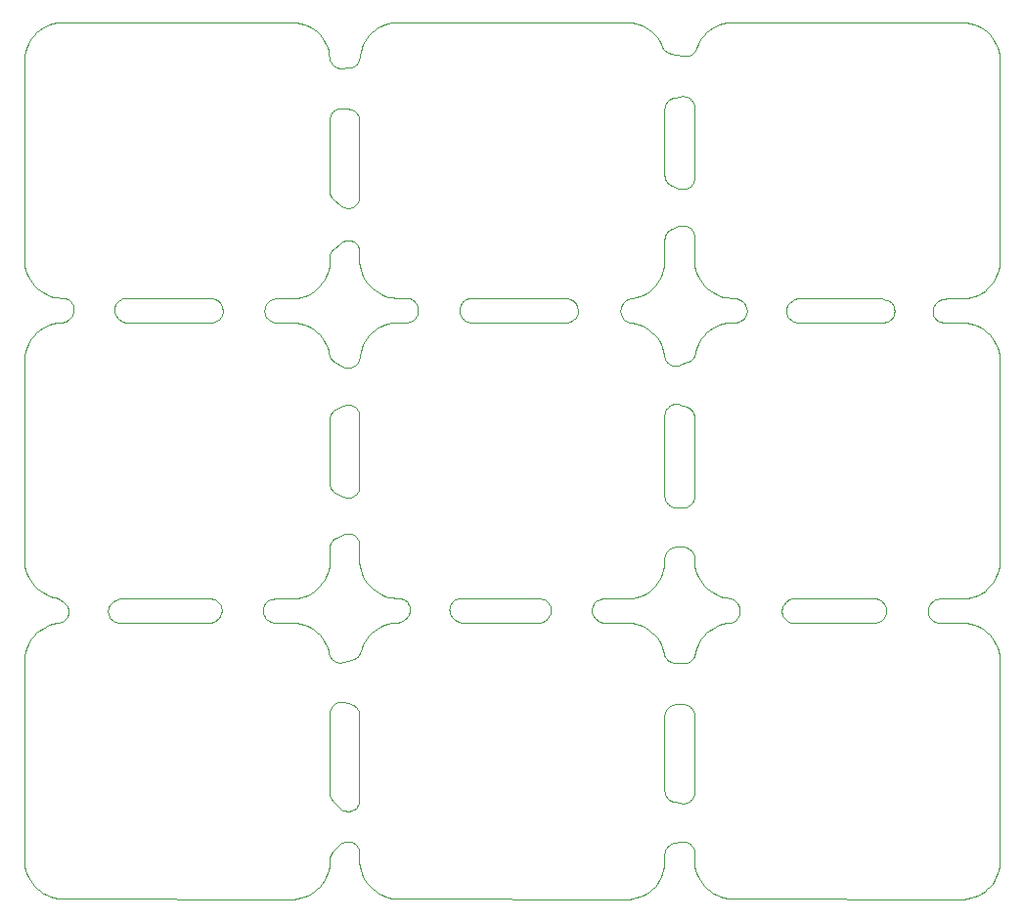
<source format=gko>
%MOIN*%
%OFA0B0*%
%FSLAX36Y36*%
%IPPOS*%
%LPD*%
%ADD10C,0*%
D10*
X001547809Y001952174D02*
X001547809Y001952174D01*
X001814912Y001951304D01*
X001819334Y001951040D01*
X001823698Y001950282D01*
X001827950Y001949037D01*
X001832035Y001947323D01*
X001835901Y001945161D01*
X001839500Y001942578D01*
X001842787Y001939608D01*
X001845718Y001936287D01*
X001848258Y001932657D01*
X001850374Y001928765D01*
X001852040Y001924660D01*
X001853234Y001920394D01*
X001853941Y001916021D01*
X001854152Y001911596D01*
X001853865Y001907176D01*
X001853083Y001902815D01*
X001851816Y001898570D01*
X001850081Y001894495D01*
X001847898Y001890640D01*
X001845296Y001887055D01*
X001842579Y001883722D01*
X001841446Y001882394D01*
X001840256Y001881118D01*
X001839010Y001879896D01*
X001837711Y001878730D01*
X001836362Y001877622D01*
X001834965Y001876576D01*
X001833523Y001875592D01*
X001832039Y001874674D01*
X001830515Y001873822D01*
X001828956Y001873038D01*
X001827363Y001872325D01*
X001825740Y001871683D01*
X001824090Y001871113D01*
X001822417Y001870617D01*
X001820723Y001870195D01*
X001819012Y001869849D01*
X001817288Y001869580D01*
X001815553Y001869386D01*
X001813812Y001869270D01*
X001812067Y001869232D01*
X001554361Y001869232D01*
X001553256Y001869247D01*
X001552152Y001869294D01*
X001551050Y001869371D01*
X001549950Y001869480D01*
X001548853Y001869619D01*
X001547761Y001869789D01*
X001546674Y001869990D01*
X001545594Y001870221D01*
X001544520Y001870482D01*
X001543453Y001870773D01*
X001542396Y001871094D01*
X001541348Y001871445D01*
X001540310Y001871825D01*
X001539283Y001872234D01*
X001538268Y001872671D01*
X001537266Y001873137D01*
X001536277Y001873631D01*
X001535303Y001874152D01*
X001534343Y001874701D01*
X001533400Y001875276D01*
X001526719Y001879478D01*
X001522601Y001882456D01*
X001518901Y001885939D01*
X001515680Y001889870D01*
X001512993Y001894183D01*
X001510883Y001898807D01*
X001509387Y001903663D01*
X001508528Y001908672D01*
X001508322Y001913750D01*
X001508772Y001918812D01*
X001509870Y001923774D01*
X001511598Y001928553D01*
X001513927Y001933069D01*
X001516819Y001937248D01*
X001520224Y001941020D01*
X001524088Y001944322D01*
X001528344Y001947098D01*
X001532922Y001949303D01*
X001537747Y001950900D01*
X001542737Y001951862D01*
X001547809Y001952174D01*
X000393976Y001952213D02*
X000393976Y001952213D01*
X000693146Y001951239D01*
X000697577Y001950974D01*
X000701951Y001950212D01*
X000706211Y001948963D01*
X000710303Y001947242D01*
X000714176Y001945071D01*
X000717779Y001942478D01*
X000721067Y001939495D01*
X000723999Y001936162D01*
X000726537Y001932519D01*
X000728649Y001928614D01*
X000730308Y001924497D01*
X000731492Y001920218D01*
X000732188Y001915833D01*
X000732385Y001911398D01*
X000732082Y001906969D01*
X000731282Y001902603D01*
X000729995Y001898354D01*
X000728239Y001894277D01*
X000726034Y001890423D01*
X000723410Y001886843D01*
X000720719Y001883575D01*
X000719587Y001882260D01*
X000718397Y001880996D01*
X000717153Y001879785D01*
X000715857Y001878631D01*
X000714511Y001877535D01*
X000713118Y001876499D01*
X000711680Y001875525D01*
X000710201Y001874616D01*
X000708684Y001873773D01*
X000707131Y001872998D01*
X000705545Y001872292D01*
X000703930Y001871656D01*
X000702288Y001871093D01*
X000700623Y001870602D01*
X000698937Y001870185D01*
X000697236Y001869843D01*
X000695520Y001869576D01*
X000693795Y001869385D01*
X000692063Y001869270D01*
X000690327Y001869232D01*
X000383801Y001869232D01*
X000378421Y001869601D01*
X000373141Y001870703D01*
X000368061Y001872515D01*
X000363276Y001875005D01*
X000358877Y001878126D01*
X000354946Y001881818D01*
X000351556Y001886014D01*
X000348771Y001890633D01*
X000346644Y001895589D01*
X000345214Y001900790D01*
X000344509Y001906137D01*
X000344540Y001911530D01*
X000345309Y001916869D01*
X000346800Y001922052D01*
X000348986Y001926983D01*
X000351825Y001931569D01*
X000355264Y001935724D01*
X000359239Y001939370D01*
X000363674Y001942438D01*
X000368488Y001944872D01*
X000378534Y001949113D01*
X000379267Y001949414D01*
X000380007Y001949700D01*
X000380752Y001949972D01*
X000381502Y001950228D01*
X000382257Y001950469D01*
X000383017Y001950695D01*
X000383782Y001950905D01*
X000384550Y001951100D01*
X000385322Y001951279D01*
X000386098Y001951443D01*
X000386877Y001951592D01*
X000387659Y001951724D01*
X000388443Y001951841D01*
X000389229Y001951942D01*
X000390017Y001952027D01*
X000390807Y001952096D01*
X000391598Y001952149D01*
X000392390Y001952187D01*
X000393183Y001952208D01*
X000393976Y001952213D01*
X000406111Y002975796D02*
X000406111Y002975796D01*
X000695655Y002974853D01*
X000698140Y002974766D01*
X000700615Y002974523D01*
X000703069Y002974124D01*
X000705494Y002973570D01*
X000707878Y002972865D01*
X000710214Y002972011D01*
X000712490Y002971011D01*
X000714699Y002969869D01*
X000716832Y002968590D01*
X000718880Y002967179D01*
X000720834Y002965641D01*
X000722687Y002963984D01*
X000724433Y002962212D01*
X000726062Y002960334D01*
X000727570Y002958357D01*
X000728950Y002956288D01*
X000730197Y002954136D01*
X000731306Y002951910D01*
X000732271Y002949619D01*
X000733090Y002947271D01*
X000734113Y002944012D01*
X000735052Y002940444D01*
X000735652Y002936804D01*
X000735909Y002933123D01*
X000735820Y002929435D01*
X000735387Y002925771D01*
X000734612Y002922164D01*
X000733504Y002918645D01*
X000732070Y002915246D01*
X000730325Y002911995D01*
X000728283Y002908923D01*
X000725963Y002906054D01*
X000723384Y002903416D01*
X000720570Y002901031D01*
X000717544Y002898919D01*
X000714334Y002897100D01*
X000710969Y002895589D01*
X000707476Y002894401D01*
X000703888Y002893544D01*
X000700235Y002893027D01*
X000696549Y002892854D01*
X000408886Y002892854D01*
X000406984Y002892900D01*
X000405088Y002893037D01*
X000403199Y002893267D01*
X000401325Y002893587D01*
X000399468Y002893997D01*
X000397632Y002894496D01*
X000395823Y002895084D01*
X000394045Y002895758D01*
X000392301Y002896517D01*
X000390596Y002897360D01*
X000388934Y002898284D01*
X000387318Y002899287D01*
X000385752Y002900367D01*
X000384241Y002901522D01*
X000382787Y002902748D01*
X000381394Y002904042D01*
X000380065Y002905403D01*
X000378803Y002906826D01*
X000377612Y002908309D01*
X000376493Y002909847D01*
X000373591Y002914049D01*
X000371350Y002917703D01*
X000369520Y002921579D01*
X000368122Y002925631D01*
X000367173Y002929811D01*
X000366684Y002934070D01*
X000366660Y002938356D01*
X000367103Y002942620D01*
X000368007Y002946810D01*
X000369361Y002950877D01*
X000371149Y002954772D01*
X000373350Y002958451D01*
X000375938Y002961868D01*
X000378882Y002964983D01*
X000382147Y002967760D01*
X000385695Y002970166D01*
X000389483Y002972172D01*
X000393467Y002973753D01*
X000397599Y002974893D01*
X000401830Y002975576D01*
X000406111Y002975796D01*
X002680250Y001869232D02*
X002680250Y001869232D01*
X002675856Y001869478D01*
X002671518Y001870212D01*
X002667288Y001871427D01*
X002663220Y001873105D01*
X002659365Y001875228D01*
X002655771Y001877767D01*
X002652483Y001880691D01*
X002649542Y001883964D01*
X002646984Y001887545D01*
X002644842Y001891389D01*
X002643142Y001895448D01*
X002641906Y001899671D01*
X002641149Y001904006D01*
X002640880Y001908399D01*
X002641104Y001912793D01*
X002641816Y001917136D01*
X002643008Y001921372D01*
X002644666Y001925448D01*
X002646768Y001929314D01*
X002649289Y001932921D01*
X002652605Y001937142D01*
X002653740Y001938523D01*
X002654938Y001939850D01*
X002656194Y001941122D01*
X002657507Y001942335D01*
X002658874Y001943488D01*
X002660291Y001944577D01*
X002661757Y001945601D01*
X002663267Y001946557D01*
X002664820Y001947444D01*
X002666411Y001948259D01*
X002668037Y001949001D01*
X002669695Y001949669D01*
X002671382Y001950261D01*
X002673094Y001950775D01*
X002674828Y001951211D01*
X002676580Y001951568D01*
X002678346Y001951846D01*
X002680122Y001952042D01*
X002681906Y001952158D01*
X002683694Y001952193D01*
X002957102Y001951302D01*
X002959851Y001951197D01*
X002962586Y001950901D01*
X002965293Y001950414D01*
X002967960Y001949739D01*
X002970573Y001948879D01*
X002973120Y001947839D01*
X002975588Y001946624D01*
X002977965Y001945240D01*
X002980239Y001943693D01*
X002982400Y001941991D01*
X002984437Y001940142D01*
X002986340Y001938155D01*
X002988100Y001936040D01*
X002989707Y001933808D01*
X002991155Y001931469D01*
X002992435Y001929034D01*
X002993543Y001926516D01*
X002994472Y001923927D01*
X002995218Y001921279D01*
X002995777Y001918586D01*
X002996349Y001915255D01*
X002996780Y001911857D01*
X002996914Y001908434D01*
X002996751Y001905013D01*
X002996291Y001901619D01*
X002995537Y001898277D01*
X002994496Y001895014D01*
X002993175Y001891854D01*
X002991584Y001888820D01*
X002989736Y001885936D01*
X002987644Y001883224D01*
X002985324Y001880704D01*
X002982794Y001878395D01*
X002980073Y001876314D01*
X002977181Y001874478D01*
X002974141Y001872901D01*
X002970975Y001871593D01*
X002967707Y001870566D01*
X002964363Y001869827D01*
X002960967Y001869381D01*
X002957545Y001869232D01*
X002680250Y001869232D01*
X002241581Y001551412D02*
X002241581Y001551412D01*
X002241700Y001554472D01*
X002242057Y001557513D01*
X002242650Y001560517D01*
X002243474Y001563466D01*
X002244525Y001566343D01*
X002245796Y001569129D01*
X002247280Y001571807D01*
X002248967Y001574362D01*
X002250848Y001576779D01*
X002252911Y001579042D01*
X002255144Y001581137D01*
X002257533Y001583053D01*
X002260063Y001584777D01*
X002262720Y001586300D01*
X002265487Y001587611D01*
X002268348Y001588703D01*
X002271285Y001589570D01*
X002274280Y001590206D01*
X002277316Y001590607D01*
X002280374Y001590771D01*
X002303486Y001591109D01*
X002306605Y001591032D01*
X002309709Y001590707D01*
X002312777Y001590137D01*
X002315790Y001589326D01*
X002318730Y001588280D01*
X002321578Y001587003D01*
X002324315Y001585505D01*
X002326925Y001583795D01*
X002329392Y001581884D01*
X002331699Y001579783D01*
X002333833Y001577506D01*
X002335780Y001575068D01*
X002337528Y001572482D01*
X002339065Y001569767D01*
X002340383Y001566938D01*
X002341472Y001564014D01*
X002342326Y001561013D01*
X002342940Y001557953D01*
X002343310Y001554855D01*
X002343433Y001551736D01*
X002343386Y001292340D01*
X002343232Y001288874D01*
X002342774Y001285434D01*
X002342015Y001282048D01*
X002340960Y001278742D01*
X002339619Y001275542D01*
X002338001Y001272473D01*
X002336119Y001269557D01*
X002333987Y001266819D01*
X002331623Y001264279D01*
X002329045Y001261957D01*
X002326272Y001259872D01*
X002323326Y001258038D01*
X002320230Y001256471D01*
X002317008Y001255183D01*
X002313685Y001254183D01*
X002310287Y001253480D01*
X002306840Y001253079D01*
X002303372Y001252983D01*
X002299908Y001253192D01*
X002296477Y001253706D01*
X002273366Y001258215D01*
X002270723Y001258826D01*
X002268129Y001259617D01*
X002265595Y001260585D01*
X002263133Y001261725D01*
X002260756Y001263033D01*
X002258475Y001264500D01*
X002256300Y001266122D01*
X002254242Y001267889D01*
X002252311Y001269794D01*
X002250515Y001271827D01*
X002248864Y001273979D01*
X002247365Y001276240D01*
X002246025Y001278598D01*
X002244850Y001281043D01*
X002243847Y001283564D01*
X002243020Y001286147D01*
X002242372Y001288781D01*
X002241907Y001291454D01*
X002241628Y001294152D01*
X002241535Y001296863D01*
X002241581Y001551412D01*
X002345679Y001763433D02*
X002345679Y001763433D01*
X002345062Y001760710D01*
X002344253Y001758038D01*
X002343257Y001755429D01*
X002342078Y001752898D01*
X002340723Y001750457D01*
X002339198Y001748118D01*
X002337511Y001745892D01*
X002335671Y001743792D01*
X002333687Y001741828D01*
X002331568Y001740009D01*
X002329326Y001738345D01*
X002326972Y001736844D01*
X002324517Y001735514D01*
X002321974Y001734361D01*
X002319355Y001733392D01*
X002316675Y001732610D01*
X002313946Y001732020D01*
X002311181Y001731625D01*
X002308396Y001731427D01*
X002305604Y001731427D01*
X002276379Y001732464D01*
X002273770Y001732643D01*
X002271179Y001732996D01*
X002268617Y001733519D01*
X002266095Y001734211D01*
X002263625Y001735070D01*
X002261217Y001736090D01*
X002258883Y001737268D01*
X002256631Y001738598D01*
X002254473Y001740075D01*
X002252418Y001741692D01*
X002250475Y001743441D01*
X002248652Y001745316D01*
X002246957Y001747308D01*
X002245399Y001749408D01*
X002243983Y001751606D01*
X002242717Y001753894D01*
X002241605Y001756261D01*
X002240652Y001758696D01*
X002239864Y001761189D01*
X002239242Y001763729D01*
X002239242Y001763729D01*
X002237479Y001772138D01*
X002233654Y001784301D01*
X002228656Y001796031D01*
X002222533Y001807217D01*
X002215345Y001817748D01*
X002207160Y001827526D01*
X002198058Y001836455D01*
X002188125Y001844451D01*
X002177458Y001851435D01*
X002166157Y001857342D01*
X002154333Y001862114D01*
X002142099Y001865706D01*
X002129571Y001868083D01*
X002116871Y001869222D01*
X002104120Y001869112D01*
X002104114Y001869232D01*
X002036265Y001869232D01*
X002034743Y001869261D01*
X002033224Y001869349D01*
X002031708Y001869496D01*
X002030200Y001869702D01*
X002028701Y001869965D01*
X002027213Y001870287D01*
X002025738Y001870665D01*
X002024280Y001871100D01*
X002022839Y001871592D01*
X002021418Y001872139D01*
X002020020Y001872740D01*
X002018646Y001873395D01*
X002017298Y001874102D01*
X002015978Y001874861D01*
X002014689Y001875670D01*
X002013432Y001876529D01*
X002012209Y001877436D01*
X002011023Y001878389D01*
X002009873Y001879387D01*
X002008764Y001880429D01*
X002006080Y001883049D01*
X002002941Y001886500D01*
X002000231Y001890299D01*
X001997990Y001894391D01*
X001996249Y001898719D01*
X001995033Y001903223D01*
X001994357Y001907840D01*
X001994232Y001912504D01*
X001994660Y001917150D01*
X001995635Y001921712D01*
X001997142Y001926128D01*
X001999162Y001930334D01*
X002001664Y001934271D01*
X002004615Y001937885D01*
X002007973Y001941125D01*
X002011690Y001943944D01*
X002015715Y001946304D01*
X002019990Y001948171D01*
X002024457Y001949520D01*
X002029052Y001950330D01*
X002033710Y001950591D01*
X002106614Y001950354D01*
X002119364Y001950489D01*
X002132040Y001951871D01*
X002144519Y001954488D01*
X002156683Y001958314D01*
X002168413Y001963312D01*
X002179598Y001969435D01*
X002190130Y001976622D01*
X002199907Y001984808D01*
X002208837Y001993909D01*
X002216832Y002003843D01*
X002223817Y002014510D01*
X002229724Y002025810D01*
X002234495Y002037635D01*
X002238087Y002049869D01*
X002240464Y002062397D01*
X002241603Y002075097D01*
X002241493Y002087847D01*
X002241493Y002087937D01*
X002241614Y002091004D01*
X002241972Y002094053D01*
X002242567Y002097064D01*
X002243395Y002100019D01*
X002244451Y002102901D01*
X002245728Y002105692D01*
X002247218Y002108376D01*
X002248913Y002110934D01*
X002250802Y002113353D01*
X002252874Y002115618D01*
X002255116Y002117714D01*
X002257515Y002119629D01*
X002260055Y002121352D01*
X002262722Y002122871D01*
X002265499Y002124179D01*
X002268369Y002125265D01*
X002271316Y002126125D01*
X002274320Y002126753D01*
X002277364Y002127145D01*
X002280430Y002127298D01*
X002303540Y002127553D01*
X002306652Y002127464D01*
X002309748Y002127129D01*
X002312807Y002126551D01*
X002315811Y002125733D01*
X002318741Y002124681D01*
X002321579Y002123400D01*
X002324306Y002121899D01*
X002326906Y002120187D01*
X002329363Y002118274D01*
X002331662Y002116174D01*
X002333787Y002113899D01*
X002335725Y002111463D01*
X002337465Y002108881D01*
X002338996Y002106170D01*
X002340308Y002103346D01*
X002341392Y002100428D01*
X002342242Y002097433D01*
X002342854Y002094380D01*
X002343222Y002091289D01*
X002343344Y002088178D01*
X002343344Y002087734D01*
X002343479Y002074984D01*
X002344862Y002062308D01*
X002347479Y002049829D01*
X002351305Y002037665D01*
X002356303Y002025935D01*
X002362426Y002014750D01*
X002369614Y002004218D01*
X002377798Y001994440D01*
X002386901Y001985511D01*
X002396834Y001977516D01*
X002407502Y001970531D01*
X002418802Y001964624D01*
X002430626Y001959852D01*
X002442861Y001956260D01*
X002455388Y001953883D01*
X002459730Y001953494D01*
X002461908Y001953237D01*
X002464069Y001952860D01*
X002466205Y001952362D01*
X002468311Y001951747D01*
X002470378Y001951015D01*
X002472402Y001950169D01*
X002474375Y001949212D01*
X002476293Y001948146D01*
X002478147Y001946975D01*
X002479934Y001945703D01*
X002481647Y001944333D01*
X002483281Y001942870D01*
X002484831Y001941318D01*
X002486293Y001939683D01*
X002487661Y001937968D01*
X002488931Y001936180D01*
X002490100Y001934324D01*
X002491163Y001932406D01*
X002492119Y001930431D01*
X002492962Y001928406D01*
X002495398Y001922068D01*
X002496535Y001918653D01*
X002497355Y001915149D01*
X002497851Y001911584D01*
X002498020Y001907988D01*
X002497859Y001904392D01*
X002497371Y001900826D01*
X002496559Y001897320D01*
X002495431Y001893902D01*
X002493995Y001890602D01*
X002492263Y001887446D01*
X002490251Y001884462D01*
X002487974Y001881674D01*
X002485453Y001879106D01*
X002482707Y001876778D01*
X002479760Y001874711D01*
X002476637Y001872922D01*
X002473363Y001871426D01*
X002469967Y001870235D01*
X002466476Y001869359D01*
X002462919Y001868805D01*
X002452920Y001867714D01*
X002440440Y001865098D01*
X002428277Y001861272D01*
X002416546Y001856274D01*
X002405361Y001850151D01*
X002394829Y001842963D01*
X002385052Y001834779D01*
X002376123Y001825677D01*
X002368127Y001815744D01*
X002361142Y001805076D01*
X002355236Y001793776D01*
X002350464Y001781952D01*
X002346872Y001769717D01*
X002345679Y001763433D01*
X001099850Y001559282D02*
X001099850Y001559282D01*
X001100015Y001562874D01*
X001100507Y001566436D01*
X001101322Y001569939D01*
X001102453Y001573352D01*
X001103891Y001576648D01*
X001105623Y001579800D01*
X001107636Y001582779D01*
X001109913Y001585563D01*
X001112434Y001588128D01*
X001115178Y001590452D01*
X001118123Y001592515D01*
X001121244Y001594301D01*
X001124515Y001595796D01*
X001127909Y001596985D01*
X001131397Y001597860D01*
X001134950Y001598413D01*
X001138539Y001598639D01*
X001142134Y001598537D01*
X001145704Y001598107D01*
X001149220Y001597354D01*
X001172331Y001591284D01*
X001174810Y001590545D01*
X001177235Y001589645D01*
X001179595Y001588588D01*
X001181881Y001587378D01*
X001184083Y001586021D01*
X001186190Y001584522D01*
X001188195Y001582887D01*
X001190088Y001581125D01*
X001191862Y001579242D01*
X001193508Y001577247D01*
X001195019Y001575148D01*
X001196389Y001572954D01*
X001197612Y001570676D01*
X001198683Y001568321D01*
X001199597Y001565902D01*
X001200351Y001563427D01*
X001200940Y001560909D01*
X001201362Y001558357D01*
X001201616Y001555783D01*
X001201701Y001553198D01*
X001201648Y001265642D01*
X001201369Y001260964D01*
X001200535Y001256352D01*
X001199159Y001251871D01*
X001197260Y001247586D01*
X001194866Y001243557D01*
X001192010Y001239842D01*
X001188733Y001236491D01*
X001185080Y001233554D01*
X001181105Y001231072D01*
X001176863Y001229080D01*
X001172414Y001227606D01*
X001167821Y001226671D01*
X001163150Y001226289D01*
X001158467Y001226464D01*
X001153837Y001227195D01*
X001149327Y001228470D01*
X001145001Y001230273D01*
X001140920Y001232576D01*
X001137141Y001235349D01*
X001133718Y001238551D01*
X001110612Y001262904D01*
X001109604Y001264007D01*
X001108638Y001265148D01*
X001107717Y001266325D01*
X001106841Y001267536D01*
X001106011Y001268780D01*
X001105230Y001270054D01*
X001104497Y001271356D01*
X001103814Y001272686D01*
X001103182Y001274040D01*
X001102603Y001275418D01*
X001102075Y001276816D01*
X001101602Y001278234D01*
X001101182Y001279669D01*
X001100817Y001281118D01*
X001100507Y001282580D01*
X001100254Y001284053D01*
X001100056Y001285535D01*
X001099914Y001287023D01*
X001099830Y001288515D01*
X001099802Y001290009D01*
X001099850Y001559282D01*
X001334267Y001952812D02*
X001334267Y001952812D01*
X001339319Y001952530D01*
X001344294Y001951602D01*
X001349109Y001950044D01*
X001353684Y001947881D01*
X001357943Y001945150D01*
X001361817Y001941894D01*
X001365242Y001938168D01*
X001368160Y001934034D01*
X001370524Y001929560D01*
X001372295Y001924819D01*
X001373443Y001919891D01*
X001373949Y001914856D01*
X001373805Y001909797D01*
X001373013Y001904799D01*
X001371587Y001899944D01*
X001369550Y001895311D01*
X001366936Y001890979D01*
X001363787Y001887017D01*
X001360156Y001883492D01*
X001356103Y001880462D01*
X001348524Y001875521D01*
X001347581Y001874925D01*
X001346620Y001874356D01*
X001345644Y001873814D01*
X001344653Y001873300D01*
X001343648Y001872814D01*
X001342630Y001872357D01*
X001341598Y001871929D01*
X001340556Y001871531D01*
X001339502Y001871162D01*
X001338438Y001870823D01*
X001337365Y001870515D01*
X001336284Y001870237D01*
X001335195Y001869990D01*
X001334100Y001869774D01*
X001332999Y001869589D01*
X001331894Y001869435D01*
X001330784Y001869313D01*
X001329671Y001869222D01*
X001328556Y001869163D01*
X001327440Y001869135D01*
X001327440Y001869135D01*
X001323863Y001869097D01*
X001311187Y001867714D01*
X001298708Y001865098D01*
X001286544Y001861272D01*
X001274814Y001856274D01*
X001263629Y001850151D01*
X001253097Y001842963D01*
X001243320Y001834779D01*
X001234390Y001825677D01*
X001226395Y001815744D01*
X001219410Y001805076D01*
X001213503Y001793776D01*
X001208731Y001781952D01*
X001205339Y001770397D01*
X001204731Y001768505D01*
X001204029Y001766646D01*
X001203234Y001764825D01*
X001202348Y001763046D01*
X001201373Y001761315D01*
X001200312Y001759635D01*
X001199168Y001758010D01*
X001197943Y001756445D01*
X001196641Y001754944D01*
X001195265Y001753511D01*
X001193818Y001752149D01*
X001192304Y001750862D01*
X001190728Y001749652D01*
X001189092Y001748524D01*
X001187401Y001747480D01*
X001185660Y001746522D01*
X001183873Y001745654D01*
X001182044Y001744877D01*
X001180179Y001744193D01*
X001178281Y001743604D01*
X001146609Y001734643D01*
X001143471Y001733893D01*
X001140281Y001733402D01*
X001137062Y001733174D01*
X001133835Y001733210D01*
X001130622Y001733510D01*
X001127445Y001734073D01*
X001124324Y001734894D01*
X001121281Y001735968D01*
X001118336Y001737287D01*
X001115509Y001738844D01*
X001112819Y001740626D01*
X001110283Y001742623D01*
X001107920Y001744821D01*
X001105745Y001747204D01*
X001103773Y001749758D01*
X001102016Y001752465D01*
X001100487Y001755307D01*
X001099196Y001758265D01*
X001098151Y001761318D01*
X001097360Y001764447D01*
X001095747Y001772138D01*
X001091921Y001784301D01*
X001086923Y001796031D01*
X001080801Y001807217D01*
X001073613Y001817748D01*
X001065428Y001827526D01*
X001056326Y001836455D01*
X001046393Y001844451D01*
X001035725Y001851435D01*
X001024425Y001857342D01*
X001012601Y001862114D01*
X001000366Y001865706D01*
X000987838Y001868083D01*
X000975139Y001869222D01*
X000962388Y001869112D01*
X000962382Y001869232D01*
X000914526Y001869232D01*
X000913019Y001869261D01*
X000911514Y001869347D01*
X000910014Y001869491D01*
X000908521Y001869693D01*
X000907036Y001869951D01*
X000905562Y001870266D01*
X000904101Y001870637D01*
X000902656Y001871064D01*
X000901228Y001871546D01*
X000899819Y001872082D01*
X000898432Y001872671D01*
X000897069Y001873314D01*
X000895731Y001874008D01*
X000894421Y001874752D01*
X000893140Y001875547D01*
X000891890Y001876389D01*
X000890674Y001877279D01*
X000889493Y001878215D01*
X000888348Y001879196D01*
X000887242Y001880219D01*
X000884585Y001882773D01*
X000881409Y001886212D01*
X000878664Y001890003D01*
X000876388Y001894094D01*
X000874614Y001898425D01*
X000873366Y001902936D01*
X000872663Y001907564D01*
X000872514Y001912242D01*
X000872921Y001916905D01*
X000873878Y001921487D01*
X000875373Y001925922D01*
X000877383Y001930149D01*
X000879881Y001934108D01*
X000882831Y001937742D01*
X000886191Y001941000D01*
X000889914Y001943837D01*
X000893948Y001946211D01*
X000898235Y001948090D01*
X000902715Y001949447D01*
X000907324Y001950263D01*
X000911997Y001950526D01*
X000964882Y001950354D01*
X000977631Y001950489D01*
X000990308Y001951871D01*
X001002787Y001954488D01*
X001014950Y001958314D01*
X001026681Y001963312D01*
X001037866Y001969435D01*
X001048397Y001976622D01*
X001058175Y001984808D01*
X001067104Y001993909D01*
X001075100Y002003843D01*
X001082084Y002014510D01*
X001087991Y002025810D01*
X001092763Y002037635D01*
X001096355Y002049869D01*
X001098732Y002062397D01*
X001099871Y002075097D01*
X001099761Y002087847D01*
X001099767Y002123263D01*
X001099831Y002125487D01*
X001100019Y002127704D01*
X001100333Y002129906D01*
X001100771Y002132087D01*
X001101331Y002134240D01*
X001102011Y002136358D01*
X001102811Y002138434D01*
X001103726Y002140461D01*
X001104754Y002142434D01*
X001105892Y002144346D01*
X001107136Y002146190D01*
X001108483Y002147960D01*
X001109927Y002149652D01*
X001111465Y002151260D01*
X001113090Y002152778D01*
X001114800Y002154202D01*
X001116586Y002155528D01*
X001118445Y002156750D01*
X001120370Y002157865D01*
X001122355Y002158870D01*
X001145467Y002169762D01*
X001149127Y002171267D01*
X001152920Y002172397D01*
X001156808Y002173140D01*
X001160750Y002173490D01*
X001164707Y002173441D01*
X001168640Y002172996D01*
X001172508Y002172158D01*
X001176272Y002170937D01*
X001179895Y002169343D01*
X001183339Y002167393D01*
X001186571Y002165108D01*
X001189556Y002162510D01*
X001192266Y002159625D01*
X001194672Y002156483D01*
X001196750Y002153115D01*
X001198480Y002149555D01*
X001199844Y002145840D01*
X001200828Y002142007D01*
X001201422Y002138094D01*
X001201620Y002134141D01*
X001201612Y002087734D01*
X001201747Y002074984D01*
X001203129Y002062308D01*
X001205746Y002049829D01*
X001209572Y002037665D01*
X001214571Y002025935D01*
X001220693Y002014750D01*
X001227881Y002004218D01*
X001236066Y001994440D01*
X001245168Y001985511D01*
X001255102Y001977516D01*
X001265769Y001970531D01*
X001277069Y001964624D01*
X001288893Y001959852D01*
X001301129Y001956260D01*
X001313656Y001953883D01*
X001326356Y001952744D01*
X001334267Y001952812D01*
X001099846Y002562177D02*
X001099846Y002562177D01*
X001099909Y002564395D01*
X001100097Y002566606D01*
X001100409Y002568804D01*
X001100845Y002570980D01*
X001101402Y002573128D01*
X001102079Y002575241D01*
X001102875Y002577313D01*
X001103786Y002579336D01*
X001104809Y002581305D01*
X001105942Y002583214D01*
X001107181Y002585055D01*
X001108521Y002586824D01*
X001109959Y002588514D01*
X001111490Y002590121D01*
X001113109Y002591639D01*
X001114811Y002593063D01*
X001116590Y002594389D01*
X001118442Y002595613D01*
X001120359Y002596730D01*
X001122336Y002597738D01*
X001145450Y002608707D01*
X001149111Y002610224D01*
X001152907Y002611365D01*
X001156797Y002612119D01*
X001160744Y002612477D01*
X001164707Y002612438D01*
X001168646Y002611999D01*
X001172521Y002611168D01*
X001176292Y002609950D01*
X001179922Y002608360D01*
X001183374Y002606413D01*
X001186613Y002604129D01*
X001189605Y002601531D01*
X001192321Y002598645D01*
X001194733Y002595500D01*
X001196817Y002592130D01*
X001198552Y002588566D01*
X001199919Y002584847D01*
X001200906Y002581008D01*
X001201501Y002577090D01*
X001201700Y002573132D01*
X001201657Y002334893D01*
X001201457Y002330941D01*
X001200862Y002327028D01*
X001199876Y002323195D01*
X001198511Y002319480D01*
X001196780Y002315921D01*
X001194700Y002312554D01*
X001192293Y002309413D01*
X001189582Y002306529D01*
X001186596Y002303932D01*
X001183364Y002301648D01*
X001179919Y002299700D01*
X001176296Y002298107D01*
X001172531Y002296887D01*
X001168663Y002296050D01*
X001164730Y002295606D01*
X001160773Y002295560D01*
X001156830Y002295910D01*
X001152943Y002296655D01*
X001149151Y002297787D01*
X001145491Y002299293D01*
X001122382Y002310193D01*
X001120397Y002311199D01*
X001118473Y002312315D01*
X001116615Y002313537D01*
X001114828Y002314863D01*
X001113120Y002316288D01*
X001111495Y002317807D01*
X001109958Y002319415D01*
X001108514Y002321108D01*
X001107168Y002322879D01*
X001105925Y002324724D01*
X001104787Y002326635D01*
X001103760Y002328608D01*
X001102845Y002330636D01*
X001102047Y002332713D01*
X001101367Y002334831D01*
X001100807Y002336984D01*
X001100371Y002339165D01*
X001100058Y002341368D01*
X001099870Y002343584D01*
X001099807Y002345808D01*
X001099846Y002562177D01*
X001202111Y002773551D02*
X001202111Y002773551D01*
X001201562Y002769642D01*
X001200624Y002765807D01*
X001199306Y002762086D01*
X001197623Y002758515D01*
X001195590Y002755130D01*
X001193229Y002751967D01*
X001190562Y002749055D01*
X001187618Y002746426D01*
X001184424Y002744104D01*
X001181015Y002742114D01*
X001177423Y002740475D01*
X001173685Y002739205D01*
X001169839Y002738315D01*
X001165923Y002737814D01*
X001161976Y002737709D01*
X001158039Y002737999D01*
X001154151Y002738682D01*
X001150350Y002739751D01*
X001146676Y002741196D01*
X001143165Y002743001D01*
X001116979Y002758169D01*
X001115567Y002759027D01*
X001114193Y002759943D01*
X001112858Y002760916D01*
X001111565Y002761944D01*
X001110317Y002763025D01*
X001109115Y002764158D01*
X001107962Y002765340D01*
X001106859Y002766570D01*
X001105809Y002767844D01*
X001104813Y002769162D01*
X001103873Y002770520D01*
X001102991Y002771917D01*
X001102169Y002773349D01*
X001101407Y002774814D01*
X001100707Y002776310D01*
X001100071Y002777834D01*
X001099499Y002779384D01*
X001098993Y002780956D01*
X001098553Y002782548D01*
X001098180Y002784157D01*
X001095747Y002795760D01*
X001091921Y002807923D01*
X001086923Y002819653D01*
X001080801Y002830839D01*
X001073613Y002841370D01*
X001065428Y002851148D01*
X001056326Y002860077D01*
X001046393Y002868073D01*
X001035725Y002875057D01*
X001024425Y002880964D01*
X001012601Y002885736D01*
X001000366Y002889328D01*
X000987838Y002891705D01*
X000975139Y002892844D01*
X000962388Y002892734D01*
X000962382Y002892854D01*
X000917171Y002892854D01*
X000913330Y002893042D01*
X000909525Y002893603D01*
X000905793Y002894534D01*
X000902170Y002895824D01*
X000898690Y002897461D01*
X000895387Y002899430D01*
X000892291Y002901712D01*
X000889432Y002904286D01*
X000886839Y002907126D01*
X000884535Y002910205D01*
X000882542Y002913495D01*
X000880880Y002916963D01*
X000879564Y002920577D01*
X000878607Y002924302D01*
X000878018Y002928102D01*
X000877802Y002931942D01*
X000877963Y002935785D01*
X000878497Y002939594D01*
X000879401Y002943332D01*
X000880665Y002946964D01*
X000881688Y002949498D01*
X000882630Y002951644D01*
X000883697Y002953729D01*
X000884886Y002955747D01*
X000886194Y002957691D01*
X000887615Y002959554D01*
X000889144Y002961329D01*
X000890775Y002963010D01*
X000892504Y002964591D01*
X000894324Y002966066D01*
X000896229Y002967430D01*
X000898211Y002968679D01*
X000900264Y002969808D01*
X000902381Y002970812D01*
X000904553Y002971689D01*
X000906774Y002972435D01*
X000909035Y002973047D01*
X000911329Y002973524D01*
X000913647Y002973864D01*
X000915981Y002974065D01*
X000918323Y002974128D01*
X000964882Y002973976D01*
X000977631Y002974111D01*
X000990308Y002975493D01*
X001002787Y002978110D01*
X001014950Y002981936D01*
X001026681Y002986934D01*
X001037866Y002993057D01*
X001048397Y003000244D01*
X001058175Y003008430D01*
X001067104Y003017531D01*
X001075100Y003027465D01*
X001082084Y003038132D01*
X001087991Y003049432D01*
X001092763Y003061257D01*
X001096355Y003073491D01*
X001098732Y003086019D01*
X001099871Y003098719D01*
X001099761Y003111469D01*
X001099761Y003113655D01*
X001099799Y003115356D01*
X001099909Y003117053D01*
X001100093Y003118744D01*
X001100349Y003120425D01*
X001100678Y003122094D01*
X001101079Y003123747D01*
X001101550Y003125381D01*
X001102092Y003126993D01*
X001102703Y003128580D01*
X001103382Y003130140D01*
X001104128Y003131668D01*
X001104938Y003133163D01*
X001105813Y003134622D01*
X001106750Y003136041D01*
X001107748Y003137419D01*
X001108803Y003138752D01*
X001109916Y003140039D01*
X001111083Y003141276D01*
X001112302Y003142462D01*
X001113572Y003143593D01*
X001136686Y003163322D01*
X001140254Y003166033D01*
X001144107Y003168320D01*
X001148195Y003170155D01*
X001152465Y003171513D01*
X001156862Y003172378D01*
X001161329Y003172737D01*
X001165807Y003172586D01*
X001170239Y003171927D01*
X001174568Y003170769D01*
X001178737Y003169127D01*
X001182692Y003167022D01*
X001186383Y003164480D01*
X001189761Y003161536D01*
X001192782Y003158227D01*
X001195408Y003154596D01*
X001197605Y003150691D01*
X001199343Y003146561D01*
X001200601Y003142260D01*
X001201362Y003137844D01*
X001201616Y003133370D01*
X001201612Y003111356D01*
X001201747Y003098606D01*
X001203129Y003085930D01*
X001205746Y003073451D01*
X001209572Y003061287D01*
X001214571Y003049557D01*
X001220693Y003038372D01*
X001227881Y003027840D01*
X001236066Y003018062D01*
X001245168Y003009133D01*
X001255102Y003001138D01*
X001265769Y002994153D01*
X001277069Y002988247D01*
X001288893Y002983474D01*
X001301129Y002979882D01*
X001313656Y002977505D01*
X001326356Y002976366D01*
X001339114Y002976476D01*
X001361285Y002976403D01*
X001364182Y002976287D01*
X001367062Y002975958D01*
X001369910Y002975418D01*
X001372711Y002974670D01*
X001375450Y002973718D01*
X001378110Y002972566D01*
X001380679Y002971222D01*
X001383142Y002969693D01*
X001385486Y002967987D01*
X001387698Y002966112D01*
X001389765Y002964080D01*
X001391678Y002961902D01*
X001393425Y002959588D01*
X001394998Y002957153D01*
X001396387Y002954608D01*
X001397584Y002951968D01*
X001398584Y002949246D01*
X001399382Y002946459D01*
X001399972Y002943621D01*
X001400351Y002940746D01*
X001400807Y002935937D01*
X001400980Y002932664D01*
X001400880Y002929389D01*
X001400508Y002926133D01*
X001399867Y002922919D01*
X001398960Y002919770D01*
X001397795Y002916707D01*
X001396380Y002913751D01*
X001394723Y002910924D01*
X001392837Y002908244D01*
X001390734Y002905730D01*
X001388430Y002903400D01*
X001385940Y002901270D01*
X001383281Y002899354D01*
X001380472Y002897665D01*
X001377533Y002896217D01*
X001374483Y002895017D01*
X001371344Y002894076D01*
X001368138Y002893398D01*
X001364886Y002892990D01*
X001361612Y002892854D01*
X001336613Y002892854D01*
X001323863Y002892719D01*
X001311187Y002891336D01*
X001298708Y002888720D01*
X001286544Y002884894D01*
X001274814Y002879896D01*
X001263629Y002873773D01*
X001253097Y002866585D01*
X001243320Y002858401D01*
X001234390Y002849299D01*
X001226395Y002839366D01*
X001219410Y002828698D01*
X001213503Y002817398D01*
X001208731Y002805574D01*
X001205140Y002793339D01*
X001202762Y002780811D01*
X001202111Y002773551D01*
X002241581Y002575849D02*
X002241581Y002575849D01*
X002241761Y002579603D01*
X002242298Y002583324D01*
X002243188Y002586976D01*
X002244422Y002590527D01*
X002245990Y002593944D01*
X002247876Y002597196D01*
X002250063Y002600253D01*
X002252532Y002603088D01*
X002255260Y002605674D01*
X002258223Y002607988D01*
X002261392Y002610010D01*
X002264740Y002611719D01*
X002268236Y002613102D01*
X002271847Y002614145D01*
X002275542Y002614838D01*
X002279286Y002615176D01*
X002283045Y002615156D01*
X002286785Y002614777D01*
X002290472Y002614043D01*
X002294072Y002612961D01*
X002317182Y002604792D01*
X002319441Y002603914D01*
X002321642Y002602899D01*
X002323776Y002601751D01*
X002325835Y002600474D01*
X002327812Y002599072D01*
X002329698Y002597551D01*
X002331488Y002595917D01*
X002333174Y002594177D01*
X002334749Y002592335D01*
X002336208Y002590401D01*
X002337546Y002588380D01*
X002338756Y002586281D01*
X002339835Y002584111D01*
X002340779Y002581879D01*
X002341583Y002579593D01*
X002342246Y002577262D01*
X002342763Y002574895D01*
X002343134Y002572500D01*
X002343357Y002570087D01*
X002343431Y002567665D01*
X002343383Y002301053D01*
X002343259Y002297942D01*
X002342890Y002294851D01*
X002342278Y002291798D01*
X002341426Y002288804D01*
X002340341Y002285886D01*
X002339028Y002283063D01*
X002337497Y002280352D01*
X002335756Y002277771D01*
X002333816Y002275336D01*
X002331690Y002273061D01*
X002329391Y002270962D01*
X002326934Y002269050D01*
X002324333Y002267339D01*
X002321605Y002265839D01*
X002318767Y002264559D01*
X002315836Y002263507D01*
X002312832Y002262691D01*
X002309772Y002262114D01*
X002306677Y002261780D01*
X002303565Y002261693D01*
X002280454Y002261956D01*
X002277388Y002262110D01*
X002274344Y002262503D01*
X002271340Y002263132D01*
X002268394Y002263993D01*
X002265524Y002265081D01*
X002262747Y002266389D01*
X002260081Y002267909D01*
X002257541Y002269632D01*
X002255144Y002271549D01*
X002252903Y002273646D01*
X002250831Y002275911D01*
X002248943Y002278331D01*
X002247249Y002280890D01*
X002245760Y002283574D01*
X002244484Y002286365D01*
X002243429Y002289248D01*
X002242602Y002292204D01*
X002242008Y002295215D01*
X002241651Y002298263D01*
X002241532Y002301330D01*
X002241581Y002575849D01*
X002695725Y002892854D02*
X002695725Y002892854D01*
X002690596Y002893189D01*
X002685554Y002894190D01*
X002680686Y002895839D01*
X002676074Y002898108D01*
X002671798Y002900959D01*
X002667928Y002904342D01*
X002664533Y002908201D01*
X002661669Y002912469D01*
X002659386Y002917074D01*
X002657722Y002921937D01*
X002656706Y002926975D01*
X002656355Y002932103D01*
X002656675Y002937233D01*
X002657660Y002942278D01*
X002659294Y002947151D01*
X002661549Y002951769D01*
X002664387Y002956055D01*
X002667758Y002959935D01*
X002671606Y002963342D01*
X002675866Y002966218D01*
X002682984Y002970377D01*
X002683895Y002970893D01*
X002684820Y002971385D01*
X002685757Y002971852D01*
X002686706Y002972293D01*
X002687667Y002972710D01*
X002688639Y002973101D01*
X002689620Y002973465D01*
X002690611Y002973804D01*
X002691611Y002974116D01*
X002692618Y002974401D01*
X002693633Y002974660D01*
X002694654Y002974891D01*
X002695681Y002975095D01*
X002696713Y002975272D01*
X002697750Y002975422D01*
X002698790Y002975543D01*
X002699833Y002975637D01*
X002700878Y002975703D01*
X002701924Y002975742D01*
X002702971Y002975752D01*
X002975144Y002974866D01*
X002975708Y002974860D01*
X002976272Y002974846D01*
X002976836Y002974824D01*
X002977399Y002974794D01*
X002977962Y002974756D01*
X002978524Y002974709D01*
X002979085Y002974655D01*
X002979646Y002974593D01*
X002980206Y002974522D01*
X002980764Y002974444D01*
X002981322Y002974358D01*
X002981878Y002974263D01*
X002982432Y002974161D01*
X002982985Y002974051D01*
X002983537Y002973933D01*
X002984087Y002973807D01*
X002984635Y002973673D01*
X002985181Y002973531D01*
X002985724Y002973382D01*
X002986266Y002973224D01*
X002997239Y002969952D01*
X003002487Y002967971D01*
X003007399Y002965264D01*
X003011877Y002961886D01*
X003015829Y002957906D01*
X003019176Y002953405D01*
X003021849Y002948474D01*
X003023795Y002943213D01*
X003024973Y002937729D01*
X003025359Y002932133D01*
X003024947Y002926539D01*
X003023744Y002921061D01*
X003021774Y002915809D01*
X003019078Y002910890D01*
X003015711Y002906405D01*
X003011740Y002902443D01*
X003007247Y002899086D01*
X003002322Y002896401D01*
X002997065Y002894444D01*
X002991584Y002893253D01*
X002985989Y002892854D01*
X002695725Y002892854D01*
X002127222Y002891916D02*
X002127222Y002891916D01*
X002123596Y002892412D01*
X002120031Y002893242D01*
X002116559Y002894401D01*
X002113209Y002895876D01*
X002110011Y002897657D01*
X002106992Y002899726D01*
X002104178Y002902067D01*
X002101594Y002904660D01*
X002099262Y002907481D01*
X002097202Y002910506D01*
X002095432Y002913710D01*
X002093967Y002917064D01*
X002092819Y002920540D01*
X002092000Y002924108D01*
X002091515Y002927736D01*
X002091370Y002931393D01*
X002091565Y002935048D01*
X002092098Y002938669D01*
X002092965Y002942226D01*
X002094159Y002945686D01*
X002096081Y002950515D01*
X002096923Y002952474D01*
X002097870Y002954385D01*
X002098918Y002956242D01*
X002100066Y002958039D01*
X002101310Y002959772D01*
X002102645Y002961434D01*
X002104068Y002963022D01*
X002105576Y002964530D01*
X002107163Y002965955D01*
X002108824Y002967292D01*
X002110556Y002968536D01*
X002112352Y002969685D01*
X002114208Y002970736D01*
X002116118Y002971684D01*
X002118077Y002972527D01*
X002120078Y002973263D01*
X002122117Y002973889D01*
X002124186Y002974405D01*
X002126280Y002974807D01*
X002128393Y002975096D01*
X002132040Y002975493D01*
X002144519Y002978110D01*
X002156683Y002981936D01*
X002168413Y002986934D01*
X002179598Y002993057D01*
X002190130Y003000244D01*
X002199907Y003008430D01*
X002208837Y003017531D01*
X002216832Y003027465D01*
X002223817Y003038132D01*
X002229724Y003049432D01*
X002234495Y003061257D01*
X002238087Y003073491D01*
X002240464Y003086019D01*
X002241603Y003098719D01*
X002241493Y003111469D01*
X002241505Y003174860D01*
X002241577Y003177235D01*
X002241792Y003179602D01*
X002242150Y003181952D01*
X002242649Y003184276D01*
X002243287Y003186565D01*
X002244062Y003188812D01*
X002244972Y003191007D01*
X002246012Y003193144D01*
X002247179Y003195215D01*
X002248469Y003197211D01*
X002249877Y003199125D01*
X002251398Y003200951D01*
X002253027Y003202683D01*
X002254757Y003204312D01*
X002256582Y003205834D01*
X002258496Y003207244D01*
X002260491Y003208535D01*
X002262561Y003209704D01*
X002264697Y003210745D01*
X002266892Y003211656D01*
X002290004Y003220437D01*
X002293623Y003221615D01*
X002297339Y003222439D01*
X002301116Y003222899D01*
X002304921Y003222993D01*
X002308717Y003222719D01*
X002312469Y003222080D01*
X002316141Y003221081D01*
X002319700Y003219733D01*
X002323112Y003218047D01*
X002326345Y003216039D01*
X002329369Y003213729D01*
X002332157Y003211138D01*
X002334681Y003208290D01*
X002336918Y003205211D01*
X002338847Y003201931D01*
X002340451Y003198479D01*
X002341714Y003194889D01*
X002342624Y003191194D01*
X002343174Y003187428D01*
X002343357Y003183627D01*
X002343344Y003111356D01*
X002343479Y003098606D01*
X002344862Y003085930D01*
X002347479Y003073451D01*
X002351305Y003061287D01*
X002356303Y003049557D01*
X002362426Y003038372D01*
X002369614Y003027840D01*
X002377798Y003018062D01*
X002386901Y003009133D01*
X002396834Y003001138D01*
X002407502Y002994153D01*
X002418802Y002988247D01*
X002430626Y002983474D01*
X002442861Y002979882D01*
X002455388Y002977505D01*
X002468089Y002976366D01*
X002475679Y002976431D01*
X002476924Y002976422D01*
X002478169Y002976374D01*
X002479412Y002976286D01*
X002480651Y002976159D01*
X002481886Y002975993D01*
X002483114Y002975788D01*
X002484336Y002975544D01*
X002485549Y002975261D01*
X002486753Y002974940D01*
X002487946Y002974582D01*
X002489127Y002974186D01*
X002490295Y002973752D01*
X002491448Y002973282D01*
X002492587Y002972776D01*
X002493708Y002972234D01*
X002494812Y002971656D01*
X002495897Y002971044D01*
X002496962Y002970398D01*
X002498006Y002969719D01*
X002499028Y002969007D01*
X002505745Y002964168D01*
X002509573Y002961027D01*
X002512977Y002957430D01*
X002515902Y002953434D01*
X002518302Y002949102D01*
X002520139Y002944503D01*
X002521385Y002939711D01*
X002522019Y002934799D01*
X002522031Y002929847D01*
X002521422Y002924933D01*
X002520201Y002920134D01*
X002518387Y002915526D01*
X002516008Y002911182D01*
X002513104Y002907171D01*
X002509719Y002903557D01*
X002505906Y002900396D01*
X002501728Y002897739D01*
X002497248Y002895627D01*
X002492539Y002894095D01*
X002487675Y002893165D01*
X002482733Y002892854D01*
X002478346Y002892854D01*
X002465595Y002892719D01*
X002452920Y002891336D01*
X002440440Y002888720D01*
X002428277Y002884894D01*
X002416546Y002879896D01*
X002405361Y002873773D01*
X002394829Y002866585D01*
X002385052Y002858401D01*
X002376123Y002849299D01*
X002368127Y002839366D01*
X002361142Y002828698D01*
X002355236Y002817398D01*
X002350464Y002805574D01*
X002346872Y002793339D01*
X002345714Y002787237D01*
X002345298Y002785309D01*
X002344786Y002783405D01*
X002344179Y002781528D01*
X002343479Y002779684D01*
X002342687Y002777878D01*
X002341806Y002776113D01*
X002340838Y002774395D01*
X002339785Y002772727D01*
X002338650Y002771115D01*
X002337435Y002769561D01*
X002336144Y002768070D01*
X002334780Y002766645D01*
X002333346Y002765291D01*
X002331847Y002764010D01*
X002330285Y002762805D01*
X002328664Y002761681D01*
X002326990Y002760639D01*
X002325265Y002759682D01*
X002323495Y002758813D01*
X002321683Y002758033D01*
X002294313Y002747062D01*
X002290887Y002745869D01*
X002287366Y002744996D01*
X002283780Y002744451D01*
X002280159Y002744238D01*
X002276533Y002744360D01*
X002272934Y002744814D01*
X002269393Y002745598D01*
X002265938Y002746705D01*
X002262600Y002748125D01*
X002259407Y002749846D01*
X002256386Y002751854D01*
X002253562Y002754131D01*
X002250960Y002756659D01*
X002248602Y002759415D01*
X002246507Y002762377D01*
X002244694Y002765519D01*
X002243178Y002768814D01*
X002241971Y002772235D01*
X002241085Y002775753D01*
X002240526Y002779337D01*
X002240096Y002783280D01*
X002237479Y002795760D01*
X002233654Y002807923D01*
X002228656Y002819653D01*
X002222533Y002830839D01*
X002215345Y002841370D01*
X002207160Y002851148D01*
X002198058Y002860077D01*
X002188125Y002868073D01*
X002177458Y002875057D01*
X002166157Y002880964D01*
X002154333Y002885736D01*
X002142099Y002889328D01*
X002129571Y002891705D01*
X002127222Y002891916D01*
X001905989Y002974629D02*
X001905989Y002974629D01*
X001908388Y002974548D01*
X001910776Y002974322D01*
X001913147Y002973950D01*
X001915491Y002973434D01*
X001917798Y002972776D01*
X001920062Y002971979D01*
X001922272Y002971046D01*
X001924422Y002969980D01*
X001926503Y002968784D01*
X001928507Y002967465D01*
X001930427Y002966025D01*
X001932255Y002964472D01*
X001933986Y002962809D01*
X001935612Y002961045D01*
X001937128Y002959184D01*
X001938527Y002957235D01*
X001939805Y002955204D01*
X001940957Y002953099D01*
X001941979Y002950928D01*
X001942866Y002948698D01*
X001943969Y002945663D01*
X001945086Y002942056D01*
X001945853Y002938358D01*
X001946262Y002934604D01*
X001946309Y002930827D01*
X001945994Y002927064D01*
X001945320Y002923348D01*
X001944293Y002919714D01*
X001942923Y002916195D01*
X001941222Y002912824D01*
X001939206Y002909631D01*
X001936893Y002906645D01*
X001934304Y002903896D01*
X001931464Y002901406D01*
X001928399Y002899201D01*
X001925136Y002897299D01*
X001921707Y002895719D01*
X001918141Y002894474D01*
X001914473Y002893577D01*
X001910736Y002893035D01*
X001906964Y002892854D01*
X001582234Y002892854D01*
X001578923Y002892993D01*
X001575634Y002893411D01*
X001572393Y002894104D01*
X001569221Y002895067D01*
X001566142Y002896293D01*
X001563177Y002897774D01*
X001560346Y002899499D01*
X001557671Y002901456D01*
X001555170Y002903631D01*
X001552861Y002906009D01*
X001550760Y002908573D01*
X001548882Y002911304D01*
X001547241Y002914184D01*
X001545847Y002917191D01*
X001544712Y002920305D01*
X001543842Y002923504D01*
X001543245Y002926764D01*
X001542924Y002930063D01*
X001542881Y002933378D01*
X001543118Y002936684D01*
X001543584Y002940772D01*
X001544013Y002943614D01*
X001544649Y002946417D01*
X001545488Y002949167D01*
X001546525Y002951847D01*
X001547755Y002954445D01*
X001549171Y002956947D01*
X001550766Y002959338D01*
X001552531Y002961607D01*
X001554457Y002963740D01*
X001556534Y002965728D01*
X001558750Y002967559D01*
X001561093Y002969223D01*
X001563552Y002970712D01*
X001566113Y002972017D01*
X001568762Y002973132D01*
X001571486Y002974051D01*
X001574269Y002974769D01*
X001577098Y002975281D01*
X001579956Y002975586D01*
X001582829Y002975682D01*
X001905989Y002974629D01*
X002241585Y003619982D02*
X002241585Y003619982D01*
X002241678Y003622686D01*
X002241957Y003625377D01*
X002242420Y003628043D01*
X002243065Y003630670D01*
X002243889Y003633247D01*
X002244888Y003635762D01*
X002246058Y003638202D01*
X002247392Y003640555D01*
X002248885Y003642812D01*
X002250529Y003644961D01*
X002252317Y003646991D01*
X002254240Y003648895D01*
X002256290Y003650661D01*
X002258456Y003652283D01*
X002260728Y003653752D01*
X002263096Y003655061D01*
X002265548Y003656205D01*
X002268072Y003657178D01*
X002270658Y003657974D01*
X002273292Y003658592D01*
X002296405Y003663178D01*
X002299842Y003663703D01*
X002303312Y003663924D01*
X002306788Y003663837D01*
X002310242Y003663444D01*
X002313649Y003662747D01*
X002316981Y003661753D01*
X002320212Y003660469D01*
X002323317Y003658904D01*
X002326272Y003657072D01*
X002329054Y003654986D01*
X002331640Y003652663D01*
X002334012Y003650121D01*
X002336151Y003647379D01*
X002338039Y003644459D01*
X002339662Y003641385D01*
X002341007Y003638179D01*
X002342065Y003634866D01*
X002342826Y003631474D01*
X002343285Y003628027D01*
X002343438Y003624554D01*
X002343394Y003387007D01*
X002343210Y003383206D01*
X002342659Y003379440D01*
X002341747Y003375745D01*
X002340483Y003372156D01*
X002338878Y003368705D01*
X002336947Y003365426D01*
X002334709Y003362348D01*
X002332184Y003359500D01*
X002329396Y003356910D01*
X002326371Y003354601D01*
X002323136Y003352595D01*
X002319724Y003350910D01*
X002316165Y003349563D01*
X002312492Y003348566D01*
X002308740Y003347928D01*
X002304944Y003347655D01*
X002301140Y003347750D01*
X002297362Y003348212D01*
X002293647Y003349037D01*
X002290028Y003350216D01*
X002266919Y003359006D01*
X002264724Y003359917D01*
X002262588Y003360960D01*
X002260519Y003362129D01*
X002258524Y003363421D01*
X002256611Y003364831D01*
X002254786Y003366354D01*
X002253057Y003367984D01*
X002251429Y003369716D01*
X002249908Y003371542D01*
X002248501Y003373458D01*
X002247212Y003375454D01*
X002246045Y003377525D01*
X002245006Y003379662D01*
X002244097Y003381858D01*
X002243323Y003384105D01*
X002242685Y003386395D01*
X002242187Y003388719D01*
X002241830Y003391068D01*
X002241616Y003393435D01*
X002241544Y003395811D01*
X002241585Y003619982D01*
X001099846Y003583172D02*
X001099846Y003583172D01*
X001099980Y003586415D01*
X001100381Y003589635D01*
X001101046Y003592812D01*
X001101971Y003595924D01*
X001103148Y003598948D01*
X001104571Y003601866D01*
X001106229Y003604656D01*
X001108111Y003607300D01*
X001110205Y003609780D01*
X001112496Y003612079D01*
X001114969Y003614182D01*
X001117606Y003616074D01*
X001120390Y003617742D01*
X001123303Y003619175D01*
X001126323Y003620364D01*
X001129431Y003621299D01*
X001132606Y003621976D01*
X001135825Y003622388D01*
X001139067Y003622534D01*
X001142311Y003622413D01*
X001165422Y003620590D01*
X001168340Y003620250D01*
X001171223Y003619694D01*
X001174057Y003618924D01*
X001176826Y003617945D01*
X001179515Y003616762D01*
X001182107Y003615382D01*
X001184590Y003613813D01*
X001186948Y003612063D01*
X001189170Y003610142D01*
X001191242Y003608061D01*
X001193154Y003605832D01*
X001194893Y003603466D01*
X001196452Y003600976D01*
X001197821Y003598378D01*
X001198992Y003595685D01*
X001199959Y003592912D01*
X001200717Y003590074D01*
X001201261Y003587188D01*
X001201588Y003584270D01*
X001201697Y003581335D01*
X001201650Y003321982D01*
X001201394Y003317508D01*
X001200632Y003313093D01*
X001199373Y003308793D01*
X001197633Y003304663D01*
X001195435Y003300758D01*
X001192808Y003297128D01*
X001189785Y003293821D01*
X001186406Y003290878D01*
X001182715Y003288338D01*
X001178759Y003286234D01*
X001174589Y003284593D01*
X001170260Y003283436D01*
X001165827Y003282779D01*
X001161349Y003282630D01*
X001156883Y003282991D01*
X001152486Y003283857D01*
X001148217Y003285216D01*
X001144129Y003287053D01*
X001140277Y003289341D01*
X001136710Y003292053D01*
X001113602Y003311791D01*
X001112333Y003312923D01*
X001111114Y003314109D01*
X001109948Y003315347D01*
X001108835Y003316633D01*
X001107780Y003317967D01*
X001106783Y003319345D01*
X001105847Y003320765D01*
X001104972Y003322224D01*
X001104162Y003323719D01*
X001103417Y003325248D01*
X001102739Y003326808D01*
X001102128Y003328395D01*
X001101587Y003330008D01*
X001101116Y003331642D01*
X001100716Y003333295D01*
X001100388Y003334964D01*
X001100132Y003336645D01*
X001099949Y003338336D01*
X001099839Y003340033D01*
X001099802Y003341734D01*
X001099846Y003583172D01*
X000188097Y002976396D02*
X000188097Y002976396D01*
X000192481Y002976189D01*
X000196815Y002975495D01*
X000201045Y002974323D01*
X000205118Y002972688D01*
X000208983Y002970609D01*
X000212594Y002968113D01*
X000215904Y002965231D01*
X000218872Y002961998D01*
X000221463Y002958455D01*
X000223642Y002954645D01*
X000225385Y002950617D01*
X000226668Y002946419D01*
X000227476Y002942105D01*
X000227798Y002937728D01*
X000227631Y002933342D01*
X000226978Y002929002D01*
X000225845Y002924762D01*
X000224247Y002920674D01*
X000222204Y002916789D01*
X000219742Y002913156D01*
X000215999Y002908247D01*
X000214882Y002906850D01*
X000213703Y002905504D01*
X000212464Y002904214D01*
X000211168Y002902981D01*
X000209817Y002901809D01*
X000208414Y002900698D01*
X000206963Y002899653D01*
X000205465Y002898675D01*
X000203924Y002897766D01*
X000202344Y002896928D01*
X000200727Y002896162D01*
X000199078Y002895471D01*
X000197398Y002894855D01*
X000195692Y002894317D01*
X000193964Y002893856D01*
X000192216Y002893474D01*
X000190453Y002893172D01*
X000188678Y002892951D01*
X000186895Y002892810D01*
X000185107Y002892751D01*
X000182131Y002892719D01*
X000169455Y002891336D01*
X000156975Y002888720D01*
X000144812Y002884894D01*
X000133082Y002879896D01*
X000121897Y002873773D01*
X000111365Y002866585D01*
X000101587Y002858401D01*
X000092658Y002849299D01*
X000084662Y002839366D01*
X000077678Y002828698D01*
X000071771Y002817398D01*
X000066999Y002805574D01*
X000063407Y002793339D01*
X000061030Y002780811D01*
X000059891Y002768111D01*
X000060001Y002755361D01*
X000059879Y002087734D01*
X000060015Y002074984D01*
X000061397Y002062308D01*
X000064014Y002049829D01*
X000067840Y002037665D01*
X000072839Y002025935D01*
X000078961Y002014750D01*
X000086149Y002004218D01*
X000094334Y001994440D01*
X000103436Y001985511D01*
X000113369Y001977516D01*
X000124037Y001970531D01*
X000135337Y001964624D01*
X000147161Y001959852D01*
X000159396Y001956260D01*
X000165269Y001955146D01*
X000166078Y001954984D01*
X000166883Y001954805D01*
X000167684Y001954609D01*
X000168480Y001954396D01*
X000169272Y001954167D01*
X000170059Y001953921D01*
X000170841Y001953659D01*
X000171617Y001953380D01*
X000172388Y001953085D01*
X000173151Y001952774D01*
X000173908Y001952448D01*
X000174659Y001952105D01*
X000175401Y001951747D01*
X000176136Y001951373D01*
X000176864Y001950984D01*
X000177582Y001950580D01*
X000178293Y001950161D01*
X000178994Y001949727D01*
X000179686Y001949278D01*
X000180368Y001948816D01*
X000193331Y001939824D01*
X000197081Y001936871D01*
X000200446Y001933485D01*
X000203377Y001929717D01*
X000205830Y001925622D01*
X000207769Y001921260D01*
X000209167Y001916696D01*
X000210001Y001911995D01*
X000210261Y001907229D01*
X000209942Y001902466D01*
X000209049Y001897777D01*
X000207594Y001893230D01*
X000205601Y001888893D01*
X000203097Y001884829D01*
X000200119Y001881097D01*
X000196712Y001877754D01*
X000192925Y001874848D01*
X000188814Y001872421D01*
X000184440Y001870509D01*
X000179867Y001869141D01*
X000175161Y001868337D01*
X000169455Y001867714D01*
X000156975Y001865098D01*
X000144812Y001861272D01*
X000133082Y001856274D01*
X000121897Y001850151D01*
X000111365Y001842963D01*
X000101587Y001834779D01*
X000092658Y001825677D01*
X000084662Y001815744D01*
X000077678Y001805076D01*
X000071771Y001793776D01*
X000066999Y001781952D01*
X000063407Y001769717D01*
X000061030Y001757189D01*
X000059891Y001744489D01*
X000060001Y001731739D01*
X000059879Y001064112D01*
X000060015Y001051362D01*
X000061397Y001038686D01*
X000064014Y001026207D01*
X000067840Y001014043D01*
X000072839Y001002313D01*
X000078961Y000991128D01*
X000086149Y000980596D01*
X000094334Y000970818D01*
X000103436Y000961889D01*
X000113369Y000953894D01*
X000124037Y000946909D01*
X000135337Y000941002D01*
X000147161Y000936230D01*
X000159396Y000932638D01*
X000171923Y000930261D01*
X000184624Y000929122D01*
X000197381Y000929232D01*
X000964882Y000926732D01*
X000977631Y000926867D01*
X000990308Y000928249D01*
X001002787Y000930866D01*
X001014950Y000934692D01*
X001026681Y000939690D01*
X001037866Y000945813D01*
X001048397Y000953000D01*
X001058175Y000961185D01*
X001067104Y000970287D01*
X001075100Y000980221D01*
X001082084Y000990888D01*
X001087991Y001002188D01*
X001092763Y001014013D01*
X001096355Y001026247D01*
X001098732Y001038775D01*
X001099871Y001051475D01*
X001099800Y001059715D01*
X001099816Y001061239D01*
X001099892Y001062761D01*
X001100026Y001064279D01*
X001100219Y001065791D01*
X001100470Y001067294D01*
X001100779Y001068786D01*
X001101146Y001070266D01*
X001101570Y001071730D01*
X001102050Y001073176D01*
X001102585Y001074603D01*
X001103176Y001076008D01*
X001103820Y001077389D01*
X001104518Y001078744D01*
X001105267Y001080071D01*
X001106067Y001081368D01*
X001106917Y001082634D01*
X001107815Y001083865D01*
X001108760Y001085061D01*
X001109750Y001086219D01*
X001110785Y001087338D01*
X001133862Y001111345D01*
X001137296Y001114517D01*
X001141081Y001117259D01*
X001145165Y001119534D01*
X001149490Y001121308D01*
X001153995Y001122557D01*
X001158616Y001123264D01*
X001163288Y001123418D01*
X001167946Y001123017D01*
X001172523Y001122066D01*
X001176955Y001120580D01*
X001181180Y001118579D01*
X001185137Y001116092D01*
X001188773Y001113153D01*
X001192034Y001109803D01*
X001194875Y001106091D01*
X001197256Y001102068D01*
X001199144Y001097792D01*
X001200511Y001093321D01*
X001201339Y001088721D01*
X001201615Y001084054D01*
X001201612Y001064112D01*
X001201747Y001051362D01*
X001203129Y001038686D01*
X001205746Y001026207D01*
X001209572Y001014043D01*
X001214571Y001002313D01*
X001220693Y000991128D01*
X001227881Y000980596D01*
X001236066Y000970818D01*
X001245168Y000961889D01*
X001255102Y000953894D01*
X001265769Y000946909D01*
X001277069Y000941002D01*
X001288893Y000936230D01*
X001301129Y000932638D01*
X001313656Y000930261D01*
X001326356Y000929122D01*
X001339114Y000929232D01*
X002106614Y000926732D01*
X002119364Y000926867D01*
X002132040Y000928249D01*
X002144519Y000930866D01*
X002156683Y000934692D01*
X002168413Y000939690D01*
X002179598Y000945813D01*
X002190130Y000953000D01*
X002199907Y000961185D01*
X002208837Y000970287D01*
X002216832Y000980221D01*
X002223817Y000990888D01*
X002229724Y001002188D01*
X002234495Y001014013D01*
X002238087Y001026247D01*
X002240464Y001038775D01*
X002241603Y001051475D01*
X002241493Y001064225D01*
X002241496Y001079479D01*
X002241590Y001082190D01*
X002241870Y001084889D01*
X002242336Y001087561D01*
X002242984Y001090195D01*
X002243813Y001092778D01*
X002244817Y001095298D01*
X002245992Y001097743D01*
X002247333Y001100101D01*
X002248833Y001102361D01*
X002250485Y001104512D01*
X002252282Y001106545D01*
X002254214Y001108449D01*
X002256272Y001110216D01*
X002258448Y001111836D01*
X002260730Y001113303D01*
X002263107Y001114609D01*
X002265569Y001115749D01*
X002268103Y001116716D01*
X002270698Y001117507D01*
X002273341Y001118117D01*
X002296452Y001122617D01*
X002299884Y001123130D01*
X002303348Y001123338D01*
X002306817Y001123240D01*
X002310263Y001122838D01*
X002313661Y001122133D01*
X002316983Y001121133D01*
X002320205Y001119843D01*
X002323300Y001118275D01*
X002326245Y001116440D01*
X002329018Y001114354D01*
X002331595Y001112031D01*
X002333959Y001109490D01*
X002336089Y001106751D01*
X002337970Y001103835D01*
X002339587Y001100765D01*
X002340927Y001097564D01*
X002341980Y001094258D01*
X002342738Y001090872D01*
X002343195Y001087432D01*
X002343348Y001083966D01*
X002343344Y001064112D01*
X002343479Y001051362D01*
X002344862Y001038686D01*
X002347479Y001026207D01*
X002351305Y001014043D01*
X002356303Y001002313D01*
X002362426Y000991128D01*
X002369614Y000980596D01*
X002377798Y000970818D01*
X002386901Y000961889D01*
X002396834Y000953894D01*
X002407502Y000946909D01*
X002418802Y000941002D01*
X002430626Y000936230D01*
X002442861Y000932638D01*
X002455388Y000930261D01*
X002468089Y000929122D01*
X002480846Y000929232D01*
X003248346Y000926732D01*
X003261096Y000926867D01*
X003273772Y000928249D01*
X003286251Y000930866D01*
X003298415Y000934692D01*
X003310145Y000939690D01*
X003321330Y000945813D01*
X003331862Y000953000D01*
X003341639Y000961185D01*
X003350569Y000970287D01*
X003358565Y000980221D01*
X003365549Y000990888D01*
X003371456Y001002188D01*
X003376228Y001014013D01*
X003379819Y001026247D01*
X003382197Y001038775D01*
X003383336Y001051475D01*
X003383226Y001064225D01*
X003383346Y001734232D01*
X003383211Y001746982D01*
X003381828Y001759658D01*
X003379212Y001772138D01*
X003375386Y001784301D01*
X003370388Y001796031D01*
X003364265Y001807217D01*
X003357077Y001817748D01*
X003348892Y001827526D01*
X003339790Y001836455D01*
X003329857Y001844451D01*
X003319190Y001851435D01*
X003307889Y001857342D01*
X003296066Y001862114D01*
X003283831Y001865706D01*
X003271303Y001868083D01*
X003258603Y001869222D01*
X003245853Y001869112D01*
X003245846Y001869232D01*
X003178603Y001869232D01*
X003175088Y001869389D01*
X003171601Y001869860D01*
X003168170Y001870639D01*
X003164822Y001871723D01*
X003161584Y001873101D01*
X003158482Y001874762D01*
X003155541Y001876694D01*
X003152784Y001878880D01*
X003150234Y001881304D01*
X003147910Y001883946D01*
X003145831Y001886785D01*
X003144014Y001889799D01*
X003142473Y001892962D01*
X003141221Y001896251D01*
X003140267Y001899638D01*
X003139620Y001903096D01*
X003139284Y001906599D01*
X003139262Y001910118D01*
X003139555Y001913624D01*
X003140159Y001917091D01*
X003140735Y001919698D01*
X003141399Y001922284D01*
X003142236Y001924820D01*
X003143244Y001927292D01*
X003144417Y001929691D01*
X003145750Y001932005D01*
X003147236Y001934223D01*
X003148870Y001936336D01*
X003150643Y001938332D01*
X003152547Y001940204D01*
X003154573Y001941943D01*
X003156713Y001943540D01*
X003158957Y001944988D01*
X003161293Y001946281D01*
X003163711Y001947413D01*
X003166201Y001948378D01*
X003168750Y001949173D01*
X003171348Y001949792D01*
X003173981Y001950234D01*
X003176638Y001950497D01*
X003179307Y001950579D01*
X003248346Y001950354D01*
X003261096Y001950489D01*
X003273772Y001951871D01*
X003286251Y001954488D01*
X003298415Y001958314D01*
X003310145Y001963312D01*
X003321330Y001969435D01*
X003331862Y001976622D01*
X003341639Y001984808D01*
X003350569Y001993909D01*
X003358565Y002003843D01*
X003365549Y002014510D01*
X003371456Y002025810D01*
X003376228Y002037635D01*
X003379819Y002049869D01*
X003382197Y002062397D01*
X003383336Y002075097D01*
X003383226Y002087847D01*
X003383346Y002757854D01*
X003383211Y002770604D01*
X003381828Y002783280D01*
X003379212Y002795760D01*
X003375386Y002807923D01*
X003370388Y002819653D01*
X003364265Y002830839D01*
X003357077Y002841370D01*
X003348892Y002851148D01*
X003339790Y002860077D01*
X003329857Y002868073D01*
X003319190Y002875057D01*
X003307889Y002880964D01*
X003296066Y002885736D01*
X003283831Y002889328D01*
X003271303Y002891705D01*
X003258603Y002892844D01*
X003245853Y002892734D01*
X003245846Y002892854D01*
X003194496Y002892854D01*
X003188780Y002893271D01*
X003183186Y002894514D01*
X003177830Y002896555D01*
X003172829Y002899353D01*
X003168286Y002902847D01*
X003164298Y002906964D01*
X003160951Y002911615D01*
X003158314Y002916704D01*
X003156444Y002922122D01*
X003155381Y002927753D01*
X003155146Y002933479D01*
X003155745Y002939179D01*
X003157166Y002944731D01*
X003159377Y002950019D01*
X003162333Y002954929D01*
X003165970Y002959358D01*
X003170212Y002963212D01*
X003174968Y002966409D01*
X003180138Y002968882D01*
X003185612Y002970579D01*
X003196499Y002973100D01*
X003196943Y002973200D01*
X003197387Y002973295D01*
X003197833Y002973385D01*
X003198279Y002973469D01*
X003198726Y002973549D01*
X003199175Y002973623D01*
X003199624Y002973692D01*
X003200074Y002973756D01*
X003200525Y002973815D01*
X003200976Y002973868D01*
X003201428Y002973916D01*
X003201880Y002973960D01*
X003202333Y002973997D01*
X003202786Y002974030D01*
X003203240Y002974057D01*
X003203694Y002974079D01*
X003204148Y002974096D01*
X003204602Y002974108D01*
X003205057Y002974114D01*
X003205511Y002974115D01*
X003248346Y002973976D01*
X003261096Y002974111D01*
X003273772Y002975493D01*
X003286251Y002978110D01*
X003298415Y002981936D01*
X003310145Y002986934D01*
X003321330Y002993057D01*
X003331862Y003000244D01*
X003341639Y003008430D01*
X003350569Y003017531D01*
X003358565Y003027465D01*
X003365549Y003038132D01*
X003371456Y003049432D01*
X003376228Y003061257D01*
X003379819Y003073491D01*
X003382197Y003086019D01*
X003383336Y003098719D01*
X003383226Y003111469D01*
X003383346Y003781476D01*
X003383211Y003794226D01*
X003381828Y003806902D01*
X003379212Y003819382D01*
X003375386Y003831545D01*
X003370388Y003843275D01*
X003364265Y003854461D01*
X003357077Y003864992D01*
X003348892Y003874770D01*
X003339790Y003883699D01*
X003329857Y003891695D01*
X003319190Y003898679D01*
X003307889Y003904586D01*
X003296066Y003909358D01*
X003283831Y003912950D01*
X003271303Y003915327D01*
X003258603Y003916466D01*
X003245853Y003916356D01*
X003245846Y003916476D01*
X002478346Y003916476D01*
X002465595Y003916341D01*
X002452920Y003914958D01*
X002440440Y003912342D01*
X002428277Y003908516D01*
X002416546Y003903518D01*
X002405361Y003897395D01*
X002394829Y003890207D01*
X002385052Y003882023D01*
X002376123Y003872921D01*
X002368127Y003862988D01*
X002361142Y003852320D01*
X002355236Y003841020D01*
X002350464Y003829196D01*
X002350360Y003828843D01*
X002349433Y003826070D01*
X002348303Y003823374D01*
X002346976Y003820770D01*
X002345459Y003818271D01*
X002343761Y003815891D01*
X002341892Y003813645D01*
X002339860Y003811542D01*
X002337679Y003809597D01*
X002335359Y003807819D01*
X002332913Y003806217D01*
X002330356Y003804802D01*
X002327700Y003803580D01*
X002324961Y003802559D01*
X002322154Y003801743D01*
X002319294Y003801139D01*
X002316397Y003800748D01*
X002313479Y003800573D01*
X002310557Y003800615D01*
X002307645Y003800874D01*
X002304760Y003801348D01*
X002261296Y003810161D01*
X002259438Y003810585D01*
X002257603Y003811098D01*
X002255796Y003811699D01*
X002254019Y003812387D01*
X002252278Y003813160D01*
X002250576Y003814017D01*
X002248917Y003814954D01*
X002247306Y003815971D01*
X002245746Y003817065D01*
X002244241Y003818233D01*
X002242794Y003819472D01*
X002241408Y003820780D01*
X002240088Y003822154D01*
X002238835Y003823589D01*
X002237654Y003825084D01*
X002236546Y003826634D01*
X002235514Y003828235D01*
X002234561Y003829885D01*
X002233689Y003831579D01*
X002232900Y003833313D01*
X002232900Y003833313D01*
X002228656Y003843275D01*
X002222533Y003854461D01*
X002215345Y003864992D01*
X002207160Y003874770D01*
X002198058Y003883699D01*
X002188125Y003891695D01*
X002177458Y003898679D01*
X002166157Y003904586D01*
X002154333Y003909358D01*
X002142099Y003912950D01*
X002129571Y003915327D01*
X002116871Y003916466D01*
X002104120Y003916356D01*
X002104114Y003916476D01*
X001336613Y003916476D01*
X001323863Y003916341D01*
X001311187Y003914958D01*
X001298708Y003912342D01*
X001286544Y003908516D01*
X001274814Y003903518D01*
X001263629Y003897395D01*
X001253097Y003890207D01*
X001243320Y003882023D01*
X001234390Y003872921D01*
X001226395Y003862988D01*
X001219410Y003852320D01*
X001213503Y003841020D01*
X001208731Y003829196D01*
X001205140Y003816961D01*
X001202762Y003804433D01*
X001202017Y003796117D01*
X001201662Y003793306D01*
X001201106Y003790528D01*
X001200352Y003787797D01*
X001199404Y003785127D01*
X001198265Y003782532D01*
X001196943Y003780026D01*
X001195445Y003777621D01*
X001193777Y003775330D01*
X001191949Y003773166D01*
X001189969Y003771138D01*
X001187850Y003769258D01*
X001185600Y003767535D01*
X001183232Y003765979D01*
X001180759Y003764597D01*
X001178192Y003763396D01*
X001175546Y003762383D01*
X001172834Y003761563D01*
X001170070Y003760940D01*
X001167268Y003760518D01*
X001164443Y003760298D01*
X001140507Y003759301D01*
X001137548Y003759289D01*
X001134596Y003759499D01*
X001131668Y003759931D01*
X001128781Y003760581D01*
X001125950Y003761447D01*
X001123193Y003762522D01*
X001120524Y003763802D01*
X001117960Y003765278D01*
X001115513Y003766943D01*
X001113198Y003768787D01*
X001111028Y003770800D01*
X001109016Y003772970D01*
X001107172Y003775285D01*
X001105507Y003777732D01*
X001104031Y003780297D01*
X001102752Y003782966D01*
X001101677Y003785723D01*
X001100812Y003788554D01*
X001100162Y003791441D01*
X001099731Y003794369D01*
X001098364Y003806902D01*
X001095747Y003819382D01*
X001091921Y003831545D01*
X001086923Y003843275D01*
X001080801Y003854461D01*
X001073613Y003864992D01*
X001065428Y003874770D01*
X001056326Y003883699D01*
X001046393Y003891695D01*
X001035725Y003898679D01*
X001024425Y003904586D01*
X001012601Y003909358D01*
X001000366Y003912950D01*
X000987838Y003915327D01*
X000975139Y003916466D01*
X000962388Y003916356D01*
X000962382Y003916476D01*
X000194881Y003916476D01*
X000182131Y003916341D01*
X000169455Y003914958D01*
X000156975Y003912342D01*
X000144812Y003908516D01*
X000133082Y003903518D01*
X000121897Y003897395D01*
X000111365Y003890207D01*
X000101587Y003882023D01*
X000092658Y003872921D01*
X000084662Y003862988D01*
X000077678Y003852320D01*
X000071771Y003841020D01*
X000066999Y003829196D01*
X000063407Y003816961D01*
X000061030Y003804433D01*
X000059891Y003791733D01*
X000060001Y003778983D01*
X000059879Y003111356D01*
X000060015Y003098606D01*
X000061397Y003085930D01*
X000064014Y003073451D01*
X000067840Y003061287D01*
X000072839Y003049557D01*
X000078961Y003038372D01*
X000086149Y003027840D01*
X000094334Y003018062D01*
X000103436Y003009133D01*
X000113369Y003001138D01*
X000124037Y002994153D01*
X000135337Y002988247D01*
X000147161Y002983474D01*
X000159396Y002979882D01*
X000171923Y002977505D01*
X000184624Y002976366D01*
X000188097Y002976396D01*
M02*
</source>
